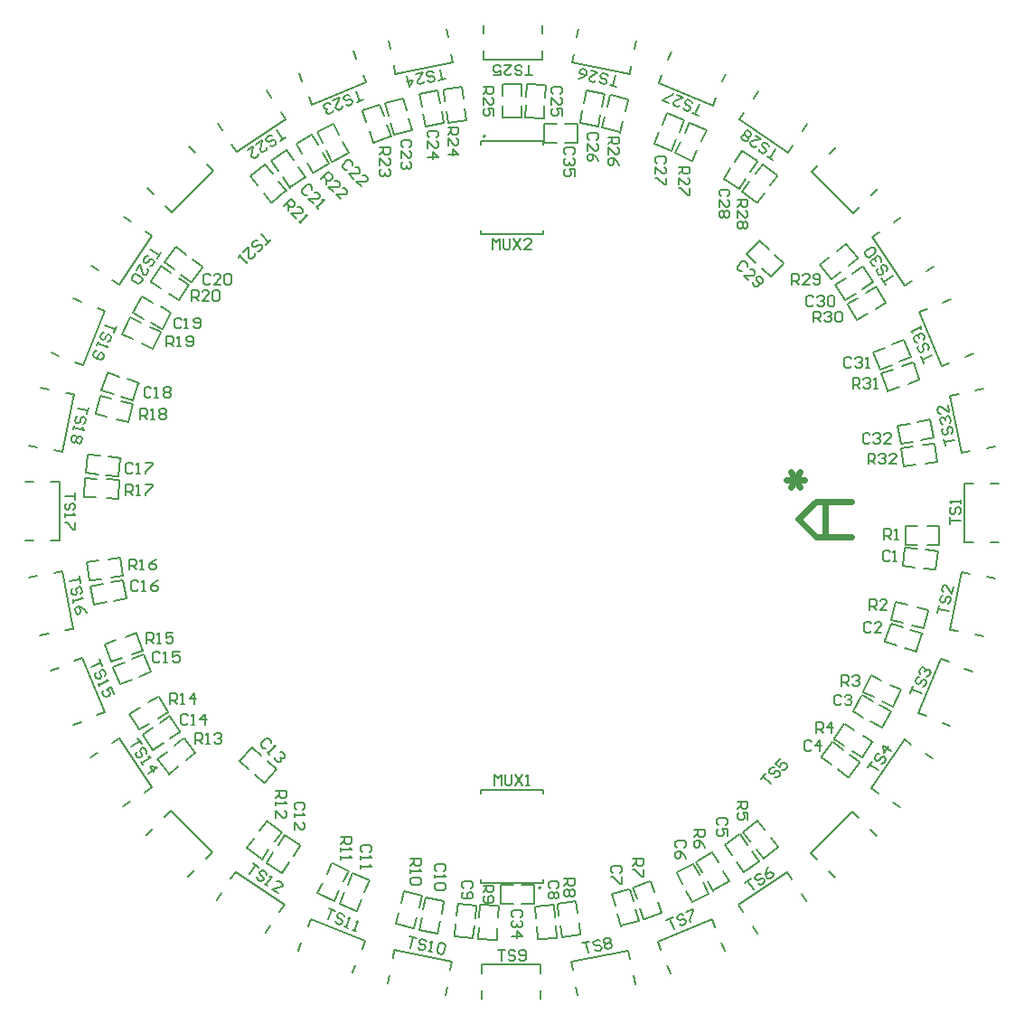
<source format=gbr>
%TF.GenerationSoftware,Altium Limited,Altium Designer,21.8.1 (53)*%
G04 Layer_Color=65535*
%FSLAX42Y42*%
%MOMM*%
%TF.SameCoordinates,15406810-5A1E-4B15-B108-3B776D23A55A*%
%TF.FilePolarity,Positive*%
%TF.FileFunction,Legend,Top*%
%TF.Part,Single*%
G01*
G75*
%TA.AperFunction,NonConductor*%
%ADD60C,0.20*%
%ADD61C,0.15*%
%ADD71C,0.60*%
D60*
X20270Y16480D02*
G03*
X20270Y16480I-10J0D01*
G01*
X19750Y23520D02*
G03*
X19750Y23520I-10J0D01*
G01*
X24057Y20620D02*
X24044Y20686D01*
X24050Y20653D01*
X24148Y20673D01*
X24041Y20787D02*
X24027Y20768D01*
X24034Y20735D01*
X24054Y20722D01*
X24070Y20725D01*
X24083Y20745D01*
X24076Y20777D01*
X24090Y20797D01*
X24106Y20800D01*
X24126Y20787D01*
X24132Y20754D01*
X24119Y20735D01*
X24034Y20820D02*
X24014Y20833D01*
X24008Y20866D01*
X24021Y20885D01*
X24037Y20888D01*
X24057Y20875D01*
X24060Y20859D01*
X24057Y20875D01*
X24070Y20895D01*
X24086Y20898D01*
X24106Y20885D01*
X24113Y20852D01*
X24099Y20833D01*
X24083Y21000D02*
X24096Y20934D01*
X24018Y20987D01*
X24002Y20983D01*
X23988Y20964D01*
X23995Y20931D01*
X24015Y20918D01*
X23858Y21397D02*
X23832Y21459D01*
X23845Y21428D01*
X23937Y21466D01*
X23809Y21557D02*
X23800Y21535D01*
X23813Y21505D01*
X23835Y21496D01*
X23850Y21502D01*
X23859Y21524D01*
X23846Y21555D01*
X23855Y21576D01*
X23871Y21583D01*
X23893Y21574D01*
X23905Y21543D01*
X23896Y21521D01*
X23796Y21588D02*
X23775Y21597D01*
X23762Y21628D01*
X23771Y21650D01*
X23786Y21656D01*
X23808Y21647D01*
X23814Y21632D01*
X23808Y21647D01*
X23817Y21669D01*
X23833Y21675D01*
X23854Y21666D01*
X23867Y21635D01*
X23858Y21614D01*
X23835Y21712D02*
X23822Y21743D01*
X23829Y21728D01*
X23736Y21689D01*
X23758Y21680D01*
X23500Y22130D02*
X23463Y22185D01*
X23482Y22158D01*
X23565Y22213D01*
X23422Y22278D02*
X23417Y22255D01*
X23435Y22227D01*
X23459Y22222D01*
X23472Y22231D01*
X23477Y22255D01*
X23459Y22282D01*
X23463Y22305D01*
X23477Y22315D01*
X23500Y22310D01*
X23519Y22282D01*
X23514Y22259D01*
X23403Y22305D02*
X23380Y22310D01*
X23361Y22338D01*
X23366Y22361D01*
X23380Y22370D01*
X23403Y22365D01*
X23412Y22352D01*
X23403Y22365D01*
X23408Y22389D01*
X23421Y22398D01*
X23445Y22393D01*
X23463Y22365D01*
X23458Y22342D01*
X23347Y22388D02*
X23324Y22393D01*
X23306Y22421D01*
X23310Y22444D01*
X23366Y22481D01*
X23389Y22476D01*
X23408Y22449D01*
X23403Y22425D01*
X23347Y22388D01*
X22445Y23297D02*
X22389Y23334D01*
X22417Y23315D01*
X22472Y23398D01*
X22315Y23403D02*
X22320Y23380D01*
X22348Y23361D01*
X22371Y23366D01*
X22380Y23380D01*
X22375Y23403D01*
X22348Y23421D01*
X22343Y23445D01*
X22352Y23458D01*
X22375Y23463D01*
X22403Y23445D01*
X22408Y23421D01*
X22279Y23528D02*
X22334Y23491D01*
X22241Y23472D01*
X22232Y23459D01*
X22237Y23435D01*
X22265Y23417D01*
X22288Y23422D01*
X22205Y23477D02*
X22181Y23472D01*
X22154Y23491D01*
X22149Y23514D01*
X22158Y23528D01*
X22181Y23533D01*
X22177Y23556D01*
X22186Y23570D01*
X22209Y23574D01*
X22237Y23556D01*
X22242Y23533D01*
X22232Y23519D01*
X22209Y23514D01*
X22214Y23491D01*
X22205Y23477D01*
X22209Y23514D02*
X22181Y23533D01*
X21750Y23714D02*
X21689Y23739D01*
X21719Y23726D01*
X21758Y23819D01*
X21603Y23793D02*
X21612Y23771D01*
X21642Y23758D01*
X21664Y23767D01*
X21671Y23783D01*
X21662Y23804D01*
X21631Y23817D01*
X21622Y23839D01*
X21628Y23854D01*
X21650Y23863D01*
X21681Y23851D01*
X21690Y23829D01*
X21542Y23908D02*
X21604Y23883D01*
X21517Y23846D01*
X21510Y23831D01*
X21519Y23809D01*
X21550Y23797D01*
X21572Y23806D01*
X21473Y23828D02*
X21412Y23854D01*
X21418Y23869D01*
X21505Y23905D01*
X21511Y23921D01*
X20980Y23985D02*
X20915Y23998D01*
X20947Y23992D01*
X20967Y24090D01*
X20820Y24034D02*
X20833Y24014D01*
X20866Y24008D01*
X20885Y24021D01*
X20888Y24037D01*
X20875Y24057D01*
X20843Y24063D01*
X20830Y24083D01*
X20833Y24099D01*
X20852Y24113D01*
X20885Y24106D01*
X20898Y24086D01*
X20738Y24135D02*
X20803Y24122D01*
X20725Y24070D01*
X20722Y24054D01*
X20735Y24034D01*
X20768Y24027D01*
X20787Y24041D01*
X20620Y24057D02*
X20656Y24067D01*
X20696Y24093D01*
X20702Y24125D01*
X20689Y24145D01*
X20656Y24152D01*
X20637Y24138D01*
X20633Y24122D01*
X20647Y24103D01*
X20696Y24093D01*
X20193Y24090D02*
X20127D01*
X20160D01*
Y24190D01*
X20027Y24107D02*
X20043Y24090D01*
X20077D01*
X20093Y24107D01*
Y24123D01*
X20077Y24140D01*
X20043D01*
X20027Y24157D01*
Y24173D01*
X20043Y24190D01*
X20077D01*
X20093Y24173D01*
X19927Y24190D02*
X19993D01*
X19927Y24123D01*
Y24107D01*
X19943Y24090D01*
X19977D01*
X19993Y24107D01*
X19827Y24090D02*
X19893D01*
Y24140D01*
X19860Y24123D01*
X19843D01*
X19827Y24140D01*
Y24173D01*
X19843Y24190D01*
X19877D01*
X19893Y24173D01*
X19380Y24057D02*
X19314Y24044D01*
X19347Y24050D01*
X19327Y24148D01*
X19213Y24041D02*
X19232Y24027D01*
X19265Y24034D01*
X19278Y24054D01*
X19275Y24070D01*
X19255Y24083D01*
X19223Y24076D01*
X19203Y24090D01*
X19200Y24106D01*
X19213Y24126D01*
X19246Y24132D01*
X19265Y24119D01*
X19099Y24103D02*
X19164Y24116D01*
X19112Y24037D01*
X19115Y24021D01*
X19134Y24008D01*
X19167Y24014D01*
X19180Y24034D01*
X19017Y24087D02*
X19036Y23988D01*
X19076Y24047D01*
X19010Y24034D01*
X18608Y23864D02*
X18547Y23838D01*
X18578Y23851D01*
X18539Y23944D01*
X18448Y23816D02*
X18470Y23807D01*
X18501Y23819D01*
X18510Y23841D01*
X18503Y23856D01*
X18482Y23866D01*
X18451Y23853D01*
X18429Y23862D01*
X18423Y23877D01*
X18432Y23899D01*
X18462Y23912D01*
X18484Y23903D01*
X18324Y23854D02*
X18385Y23880D01*
X18349Y23793D01*
X18356Y23777D01*
X18378Y23768D01*
X18408Y23781D01*
X18417Y23803D01*
X18325Y23765D02*
X18316Y23743D01*
X18285Y23730D01*
X18263Y23739D01*
X18257Y23754D01*
X18266Y23776D01*
X18281Y23783D01*
X18266Y23776D01*
X18244Y23785D01*
X18238Y23801D01*
X18247Y23822D01*
X18278Y23835D01*
X18299Y23826D01*
X17880Y23510D02*
X17825Y23473D01*
X17852Y23492D01*
X17797Y23575D01*
X17732Y23432D02*
X17755Y23427D01*
X17783Y23445D01*
X17788Y23469D01*
X17779Y23482D01*
X17755Y23487D01*
X17728Y23469D01*
X17705Y23473D01*
X17695Y23487D01*
X17700Y23510D01*
X17728Y23529D01*
X17751Y23524D01*
X17603Y23445D02*
X17658Y23482D01*
X17640Y23390D01*
X17649Y23376D01*
X17672Y23371D01*
X17700Y23390D01*
X17705Y23413D01*
X17520Y23390D02*
X17575Y23427D01*
X17557Y23334D01*
X17566Y23320D01*
X17589Y23316D01*
X17617Y23334D01*
X17622Y23357D01*
X17743Y22552D02*
X17696Y22505D01*
X17720Y22529D01*
X17649Y22600D01*
X17614Y22446D02*
X17637Y22446D01*
X17661Y22470D01*
Y22494D01*
X17649Y22505D01*
X17625Y22505D01*
X17602Y22482D01*
X17578Y22482D01*
X17566Y22494D01*
Y22517D01*
X17590Y22541D01*
X17614D01*
X17484Y22435D02*
X17531Y22482D01*
Y22388D01*
X17543Y22376D01*
X17566Y22376D01*
X17590Y22399D01*
Y22423D01*
X17460Y22411D02*
X17437Y22388D01*
X17449Y22399D01*
X17519Y22329D01*
Y22352D01*
X16713Y22435D02*
X16676Y22379D01*
X16695Y22407D01*
X16612Y22462D01*
X16607Y22305D02*
X16630Y22310D01*
X16649Y22338D01*
X16644Y22361D01*
X16630Y22370D01*
X16607Y22365D01*
X16589Y22338D01*
X16565Y22333D01*
X16552Y22342D01*
X16547Y22365D01*
X16565Y22393D01*
X16589Y22398D01*
X16482Y22269D02*
X16519Y22324D01*
X16538Y22231D01*
X16551Y22222D01*
X16575Y22227D01*
X16593Y22255D01*
X16588Y22278D01*
X16533Y22195D02*
X16538Y22171D01*
X16519Y22144D01*
X16496Y22139D01*
X16440Y22176D01*
X16436Y22199D01*
X16454Y22227D01*
X16477Y22232D01*
X16533Y22195D01*
X16293Y21742D02*
X16268Y21681D01*
X16280Y21712D01*
X16188Y21750D01*
X16214Y21595D02*
X16236Y21604D01*
X16248Y21635D01*
X16239Y21657D01*
X16224Y21663D01*
X16202Y21654D01*
X16190Y21623D01*
X16168Y21614D01*
X16152Y21620D01*
X16143Y21642D01*
X16156Y21673D01*
X16178Y21682D01*
X16124Y21596D02*
X16112Y21565D01*
X16118Y21581D01*
X16210Y21542D01*
X16201Y21564D01*
X16108Y21513D02*
X16086Y21504D01*
X16073Y21473D01*
X16082Y21451D01*
X16144Y21426D01*
X16166Y21435D01*
X16178Y21465D01*
X16169Y21487D01*
X16154Y21494D01*
X16132Y21485D01*
X16113Y21438D01*
X16033Y20982D02*
X16020Y20916D01*
X16027Y20949D01*
X15929Y20969D01*
X15984Y20822D02*
X16004Y20835D01*
X16010Y20867D01*
X15997Y20887D01*
X15981Y20890D01*
X15961Y20877D01*
X15955Y20845D01*
X15935Y20831D01*
X15919Y20835D01*
X15906Y20854D01*
X15912Y20887D01*
X15932Y20900D01*
X15896Y20805D02*
X15890Y20773D01*
X15893Y20789D01*
X15991Y20769D01*
X15978Y20789D01*
X15962Y20707D02*
X15975Y20688D01*
X15968Y20655D01*
X15949Y20642D01*
X15932Y20645D01*
X15919Y20665D01*
X15900Y20652D01*
X15883Y20655D01*
X15870Y20675D01*
X15877Y20707D01*
X15896Y20720D01*
X15913Y20717D01*
X15926Y20697D01*
X15945Y20711D01*
X15962Y20707D01*
X15926Y20697D02*
X15919Y20665D01*
X15910Y20185D02*
Y20118D01*
Y20152D01*
X15810D01*
X15893Y20018D02*
X15910Y20035D01*
Y20068D01*
X15893Y20085D01*
X15877D01*
X15860Y20068D01*
Y20035D01*
X15843Y20018D01*
X15827D01*
X15810Y20035D01*
Y20068D01*
X15827Y20085D01*
X15810Y19985D02*
Y19952D01*
Y19968D01*
X15910D01*
X15893Y19985D01*
X15910Y19902D02*
Y19835D01*
X15893D01*
X15827Y19902D01*
X15810D01*
X15945Y19401D02*
X15958Y19336D01*
X15951Y19369D01*
X15853Y19349D01*
X15961Y19235D02*
X15974Y19254D01*
X15968Y19287D01*
X15948Y19300D01*
X15932Y19297D01*
X15919Y19277D01*
X15925Y19245D01*
X15912Y19225D01*
X15896Y19222D01*
X15876Y19235D01*
X15870Y19267D01*
X15883Y19287D01*
X15886Y19186D02*
X15892Y19153D01*
X15889Y19169D01*
X15987Y19189D01*
X15968Y19202D01*
X16013Y19058D02*
X15990Y19088D01*
X15951Y19114D01*
X15918Y19107D01*
X15905Y19088D01*
X15912Y19055D01*
X15931Y19042D01*
X15948Y19045D01*
X15961Y19065D01*
X15951Y19114D01*
X16139Y18621D02*
X16165Y18559D01*
X16152Y18590D01*
X16060Y18552D01*
X16188Y18460D02*
X16197Y18482D01*
X16184Y18513D01*
X16162Y18522D01*
X16147Y18516D01*
X16138Y18494D01*
X16150Y18463D01*
X16141Y18441D01*
X16126Y18435D01*
X16104Y18444D01*
X16092Y18475D01*
X16101Y18497D01*
X16123Y18398D02*
X16136Y18367D01*
X16130Y18382D01*
X16222Y18421D01*
X16200Y18430D01*
X16273Y18298D02*
X16248Y18359D01*
X16201Y18340D01*
X16230Y18316D01*
X16236Y18300D01*
X16227Y18278D01*
X16196Y18266D01*
X16174Y18275D01*
X16162Y18305D01*
X16171Y18327D01*
X16494Y17883D02*
X16531Y17828D01*
X16513Y17856D01*
X16430Y17800D01*
X16573Y17735D02*
X16578Y17759D01*
X16559Y17786D01*
X16536Y17791D01*
X16522Y17782D01*
X16518Y17758D01*
X16536Y17731D01*
X16532Y17708D01*
X16518Y17698D01*
X16495Y17703D01*
X16476Y17731D01*
X16481Y17754D01*
X16522Y17661D02*
X16541Y17634D01*
X16532Y17648D01*
X16615Y17703D01*
X16592Y17708D01*
X16596Y17551D02*
X16679Y17606D01*
X16610Y17620D01*
X16647Y17565D01*
X17572Y16709D02*
X17628Y16672D01*
X17600Y16690D01*
X17544Y16607D01*
X17702Y16602D02*
X17697Y16625D01*
X17669Y16644D01*
X17646Y16639D01*
X17637Y16626D01*
X17642Y16602D01*
X17669Y16584D01*
X17674Y16561D01*
X17665Y16547D01*
X17641Y16542D01*
X17614Y16561D01*
X17609Y16584D01*
X17683Y16515D02*
X17711Y16496D01*
X17697Y16505D01*
X17752Y16588D01*
X17729Y16584D01*
X17808Y16431D02*
X17752Y16468D01*
X17845Y16487D01*
X17854Y16501D01*
X17849Y16524D01*
X17822Y16542D01*
X17799Y16538D01*
X18283Y16287D02*
X18344Y16261D01*
X18314Y16274D01*
X18275Y16182D01*
X18430Y16208D02*
X18421Y16229D01*
X18391Y16242D01*
X18369Y16233D01*
X18362Y16218D01*
X18372Y16196D01*
X18402Y16183D01*
X18411Y16161D01*
X18405Y16146D01*
X18383Y16137D01*
X18352Y16150D01*
X18343Y16172D01*
X18429Y16118D02*
X18460Y16105D01*
X18445Y16112D01*
X18483Y16204D01*
X18461Y16195D01*
X18506Y16086D02*
X18537Y16073D01*
X18522Y16080D01*
X18560Y16172D01*
X18538Y16163D01*
X19038Y16023D02*
X19104Y16010D01*
X19071Y16017D01*
X19051Y15919D01*
X19198Y15974D02*
X19185Y15994D01*
X19153Y16000D01*
X19133Y15987D01*
X19130Y15971D01*
X19143Y15951D01*
X19175Y15945D01*
X19189Y15925D01*
X19185Y15909D01*
X19166Y15896D01*
X19133Y15902D01*
X19120Y15922D01*
X19215Y15886D02*
X19247Y15880D01*
X19231Y15883D01*
X19251Y15981D01*
X19231Y15968D01*
X19313Y15952D02*
X19332Y15965D01*
X19365Y15958D01*
X19378Y15939D01*
X19365Y15873D01*
X19345Y15860D01*
X19313Y15867D01*
X19300Y15886D01*
X19313Y15952D01*
X19867Y15900D02*
X19933D01*
X19900D01*
Y15800D01*
X20033Y15883D02*
X20017Y15900D01*
X19983D01*
X19967Y15883D01*
Y15867D01*
X19983Y15850D01*
X20017D01*
X20033Y15833D01*
Y15817D01*
X20017Y15800D01*
X19983D01*
X19967Y15817D01*
X20067D02*
X20083Y15800D01*
X20117D01*
X20133Y15817D01*
Y15883D01*
X20117Y15900D01*
X20083D01*
X20067Y15883D01*
Y15867D01*
X20083Y15850D01*
X20133D01*
X20660Y15963D02*
X20725Y15976D01*
X20692Y15970D01*
X20712Y15871D01*
X20826Y15979D02*
X20807Y15992D01*
X20774Y15986D01*
X20761Y15966D01*
X20764Y15950D01*
X20784Y15937D01*
X20816Y15943D01*
X20836Y15930D01*
X20839Y15914D01*
X20826Y15894D01*
X20793Y15888D01*
X20774Y15901D01*
X20859Y15986D02*
X20872Y16005D01*
X20905Y16012D01*
X20924Y15999D01*
X20927Y15982D01*
X20914Y15963D01*
X20934Y15950D01*
X20937Y15933D01*
X20924Y15914D01*
X20891Y15907D01*
X20872Y15920D01*
X20869Y15937D01*
X20882Y15956D01*
X20862Y15969D01*
X20859Y15986D01*
X20882Y15956D02*
X20914Y15963D01*
X21448Y16175D02*
X21509Y16201D01*
X21479Y16188D01*
X21517Y16096D01*
X21608Y16224D02*
X21586Y16233D01*
X21555Y16220D01*
X21546Y16198D01*
X21553Y16183D01*
X21575Y16174D01*
X21605Y16186D01*
X21627Y16177D01*
X21634Y16162D01*
X21625Y16140D01*
X21594Y16127D01*
X21572Y16136D01*
X21632Y16252D02*
X21694Y16277D01*
X21700Y16262D01*
X21664Y16175D01*
X21671Y16159D01*
X22181Y16528D02*
X22237Y16565D01*
X22209Y16546D01*
X22265Y16463D01*
X22329Y16606D02*
X22306Y16611D01*
X22278Y16592D01*
X22274Y16569D01*
X22283Y16555D01*
X22306Y16551D01*
X22334Y16569D01*
X22357Y16565D01*
X22366Y16551D01*
X22362Y16528D01*
X22334Y16509D01*
X22311Y16514D01*
X22403Y16676D02*
X22385Y16643D01*
X22375Y16597D01*
X22394Y16569D01*
X22417Y16565D01*
X22445Y16583D01*
X22449Y16606D01*
X22440Y16620D01*
X22417Y16625D01*
X22375Y16597D01*
X22330Y17501D02*
X22378Y17548D01*
X22354Y17525D01*
X22425Y17454D01*
X22460Y17607D02*
X22436Y17607D01*
X22413Y17584D01*
Y17560D01*
X22425Y17548D01*
X22448Y17548D01*
X22472Y17572D01*
X22495Y17572D01*
X22507Y17560D01*
Y17536D01*
X22484Y17513D01*
X22460D01*
X22519Y17690D02*
X22472Y17642D01*
X22507Y17607D01*
X22519Y17642D01*
X22531Y17654D01*
X22554D01*
X22578Y17631D01*
X22578Y17607D01*
X22554Y17584D01*
X22531D01*
X23334Y17607D02*
X23371Y17662D01*
X23353Y17635D01*
X23436Y17579D01*
X23441Y17736D02*
X23418Y17732D01*
X23399Y17704D01*
X23404Y17681D01*
X23418Y17672D01*
X23441Y17676D01*
X23459Y17704D01*
X23482Y17708D01*
X23496Y17699D01*
X23501Y17676D01*
X23482Y17648D01*
X23459Y17644D01*
X23556Y17759D02*
X23473Y17815D01*
X23487Y17745D01*
X23524Y17801D01*
X23733Y18306D02*
X23758Y18368D01*
X23746Y18337D01*
X23838Y18299D01*
X23812Y18454D02*
X23790Y18445D01*
X23777Y18414D01*
X23786Y18392D01*
X23802Y18386D01*
X23824Y18395D01*
X23836Y18425D01*
X23858Y18434D01*
X23874Y18428D01*
X23883Y18406D01*
X23870Y18375D01*
X23848Y18366D01*
X23825Y18484D02*
X23816Y18506D01*
X23828Y18537D01*
X23850Y18546D01*
X23866Y18540D01*
X23875Y18518D01*
X23868Y18502D01*
X23875Y18518D01*
X23896Y18527D01*
X23912Y18520D01*
X23921Y18499D01*
X23908Y18468D01*
X23886Y18459D01*
X23985Y19059D02*
X23998Y19124D01*
X23991Y19092D01*
X24090Y19072D01*
X24034Y19219D02*
X24014Y19206D01*
X24008Y19173D01*
X24021Y19154D01*
X24037Y19151D01*
X24057Y19164D01*
X24063Y19196D01*
X24083Y19209D01*
X24099Y19206D01*
X24112Y19187D01*
X24106Y19154D01*
X24086Y19141D01*
X24135Y19301D02*
X24122Y19236D01*
X24070Y19314D01*
X24053Y19317D01*
X24034Y19304D01*
X24027Y19271D01*
X24040Y19252D01*
X24100Y19883D02*
Y19950D01*
Y19917D01*
X24200D01*
X24117Y20050D02*
X24100Y20033D01*
Y20000D01*
X24117Y19983D01*
X24133D01*
X24150Y20000D01*
Y20033D01*
X24167Y20050D01*
X24183D01*
X24200Y20033D01*
Y20000D01*
X24183Y19983D01*
X24200Y20083D02*
Y20117D01*
Y20100D01*
X24100D01*
X24117Y20083D01*
X23337Y20450D02*
Y20550D01*
X23387D01*
X23403Y20533D01*
Y20500D01*
X23387Y20483D01*
X23337D01*
X23370D02*
X23403Y20450D01*
X23437Y20533D02*
X23453Y20550D01*
X23487D01*
X23503Y20533D01*
Y20517D01*
X23487Y20500D01*
X23470D01*
X23487D01*
X23503Y20483D01*
Y20467D01*
X23487Y20450D01*
X23453D01*
X23437Y20467D01*
X23603Y20450D02*
X23537D01*
X23603Y20517D01*
Y20533D01*
X23587Y20550D01*
X23553D01*
X23537Y20533D01*
X23193Y21160D02*
Y21260D01*
X23243D01*
X23260Y21243D01*
Y21210D01*
X23243Y21193D01*
X23193D01*
X23227D02*
X23260Y21160D01*
X23293Y21243D02*
X23310Y21260D01*
X23343D01*
X23360Y21243D01*
Y21227D01*
X23343Y21210D01*
X23327D01*
X23343D01*
X23360Y21193D01*
Y21177D01*
X23343Y21160D01*
X23310D01*
X23293Y21177D01*
X23393Y21160D02*
X23427D01*
X23410D01*
Y21260D01*
X23393Y21243D01*
X22827Y21780D02*
Y21880D01*
X22877D01*
X22893Y21863D01*
Y21830D01*
X22877Y21813D01*
X22827D01*
X22860D02*
X22893Y21780D01*
X22927Y21863D02*
X22943Y21880D01*
X22977D01*
X22993Y21863D01*
Y21847D01*
X22977Y21830D01*
X22960D01*
X22977D01*
X22993Y21813D01*
Y21797D01*
X22977Y21780D01*
X22943D01*
X22927Y21797D01*
X23027Y21863D02*
X23043Y21880D01*
X23077D01*
X23093Y21863D01*
Y21797D01*
X23077Y21780D01*
X23043D01*
X23027Y21797D01*
Y21863D01*
X22621Y22131D02*
Y22231D01*
X22671D01*
X22687Y22214D01*
Y22181D01*
X22671Y22164D01*
X22621D01*
X22654D02*
X22687Y22131D01*
X22787D02*
X22721D01*
X22787Y22197D01*
Y22214D01*
X22770Y22231D01*
X22737D01*
X22721Y22214D01*
X22820Y22148D02*
X22837Y22131D01*
X22870D01*
X22887Y22148D01*
Y22214D01*
X22870Y22231D01*
X22837D01*
X22820Y22214D01*
Y22197D01*
X22837Y22181D01*
X22887D01*
X22110Y22923D02*
X22210D01*
Y22873D01*
X22193Y22857D01*
X22160D01*
X22143Y22873D01*
Y22923D01*
Y22890D02*
X22110Y22857D01*
Y22757D02*
Y22823D01*
X22177Y22757D01*
X22193D01*
X22210Y22773D01*
Y22807D01*
X22193Y22823D01*
Y22723D02*
X22210Y22707D01*
Y22673D01*
X22193Y22657D01*
X22177D01*
X22160Y22673D01*
X22143Y22657D01*
X22127D01*
X22110Y22673D01*
Y22707D01*
X22127Y22723D01*
X22143D01*
X22160Y22707D01*
X22177Y22723D01*
X22193D01*
X22160Y22707D02*
Y22673D01*
X21560Y23233D02*
X21660D01*
Y23183D01*
X21643Y23167D01*
X21610D01*
X21593Y23183D01*
Y23233D01*
Y23200D02*
X21560Y23167D01*
Y23067D02*
Y23133D01*
X21627Y23067D01*
X21643D01*
X21660Y23083D01*
Y23117D01*
X21643Y23133D01*
X21660Y23033D02*
Y22967D01*
X21643D01*
X21577Y23033D01*
X21560D01*
X20900Y23513D02*
X21000D01*
Y23463D01*
X20983Y23447D01*
X20950D01*
X20933Y23463D01*
Y23513D01*
Y23480D02*
X20900Y23447D01*
Y23347D02*
Y23413D01*
X20967Y23347D01*
X20983D01*
X21000Y23363D01*
Y23397D01*
X20983Y23413D01*
X21000Y23247D02*
X20983Y23280D01*
X20950Y23313D01*
X20917D01*
X20900Y23297D01*
Y23263D01*
X20917Y23247D01*
X20933D01*
X20950Y23263D01*
Y23313D01*
X19730Y23983D02*
X19830D01*
Y23933D01*
X19813Y23917D01*
X19780D01*
X19763Y23933D01*
Y23983D01*
Y23950D02*
X19730Y23917D01*
Y23817D02*
Y23883D01*
X19797Y23817D01*
X19813D01*
X19830Y23833D01*
Y23867D01*
X19813Y23883D01*
X19830Y23717D02*
Y23783D01*
X19780D01*
X19797Y23750D01*
Y23733D01*
X19780Y23717D01*
X19747D01*
X19730Y23733D01*
Y23767D01*
X19747Y23783D01*
X19400Y23603D02*
X19500D01*
Y23553D01*
X19483Y23537D01*
X19450D01*
X19433Y23553D01*
Y23603D01*
Y23570D02*
X19400Y23537D01*
Y23437D02*
Y23503D01*
X19467Y23437D01*
X19483D01*
X19500Y23453D01*
Y23487D01*
X19483Y23503D01*
X19400Y23353D02*
X19500D01*
X19450Y23403D01*
Y23337D01*
X18760Y23413D02*
X18860D01*
Y23363D01*
X18843Y23347D01*
X18810D01*
X18793Y23363D01*
Y23413D01*
Y23380D02*
X18760Y23347D01*
Y23247D02*
Y23313D01*
X18827Y23247D01*
X18843D01*
X18860Y23263D01*
Y23297D01*
X18843Y23313D01*
Y23213D02*
X18860Y23197D01*
Y23163D01*
X18843Y23147D01*
X18827D01*
X18810Y23163D01*
Y23180D01*
Y23163D01*
X18793Y23147D01*
X18777D01*
X18760Y23163D01*
Y23197D01*
X18777Y23213D01*
X18210Y23119D02*
X18281Y23190D01*
X18316Y23154D01*
Y23131D01*
X18293Y23107D01*
X18269D01*
X18234Y23142D01*
X18258Y23119D02*
Y23072D01*
X18328Y23001D02*
X18281Y23048D01*
X18375D01*
X18387Y23060D01*
X18387Y23084D01*
X18364Y23107D01*
X18340D01*
X18399Y22930D02*
X18352Y22978D01*
X18446D01*
X18458Y22989D01*
X18458Y23013D01*
X18434Y23036D01*
X18411D01*
X17862Y22867D02*
X17933Y22938D01*
X17968Y22902D01*
Y22879D01*
X17945Y22855D01*
X17921D01*
X17886Y22891D01*
X17909Y22867D02*
Y22820D01*
X17980Y22749D02*
X17933Y22796D01*
X18027D01*
X18039Y22808D01*
X18039Y22832D01*
X18015Y22855D01*
X17992D01*
X18004Y22726D02*
X18027Y22702D01*
X18015Y22714D01*
X18086Y22785D01*
X18062D01*
X16997Y21980D02*
Y22080D01*
X17047D01*
X17063Y22063D01*
Y22030D01*
X17047Y22013D01*
X16997D01*
X17030D02*
X17063Y21980D01*
X17163D02*
X17097D01*
X17163Y22047D01*
Y22063D01*
X17147Y22080D01*
X17113D01*
X17097Y22063D01*
X17197D02*
X17213Y22080D01*
X17247D01*
X17263Y22063D01*
Y21997D01*
X17247Y21980D01*
X17213D01*
X17197Y21997D01*
Y22063D01*
X16765Y21550D02*
Y21650D01*
X16815D01*
X16832Y21633D01*
Y21600D01*
X16815Y21583D01*
X16765D01*
X16798D02*
X16832Y21550D01*
X16865D02*
X16898D01*
X16882D01*
Y21650D01*
X16865Y21633D01*
X16948Y21567D02*
X16965Y21550D01*
X16998D01*
X17015Y21567D01*
Y21633D01*
X16998Y21650D01*
X16965D01*
X16948Y21633D01*
Y21617D01*
X16965Y21600D01*
X17015D01*
X16515Y20870D02*
Y20970D01*
X16565D01*
X16582Y20953D01*
Y20920D01*
X16565Y20903D01*
X16515D01*
X16548D02*
X16582Y20870D01*
X16615D02*
X16648D01*
X16632D01*
Y20970D01*
X16615Y20953D01*
X16698D02*
X16715Y20970D01*
X16748D01*
X16765Y20953D01*
Y20937D01*
X16748Y20920D01*
X16765Y20903D01*
Y20887D01*
X16748Y20870D01*
X16715D01*
X16698Y20887D01*
Y20903D01*
X16715Y20920D01*
X16698Y20937D01*
Y20953D01*
X16715Y20920D02*
X16748D01*
X16385Y20160D02*
Y20260D01*
X16435D01*
X16452Y20243D01*
Y20210D01*
X16435Y20193D01*
X16385D01*
X16418D02*
X16452Y20160D01*
X16485D02*
X16518D01*
X16502D01*
Y20260D01*
X16485Y20243D01*
X16568Y20260D02*
X16635D01*
Y20243D01*
X16568Y20177D01*
Y20160D01*
X16415Y19460D02*
Y19560D01*
X16465D01*
X16482Y19543D01*
Y19510D01*
X16465Y19493D01*
X16415D01*
X16448D02*
X16482Y19460D01*
X16515D02*
X16548D01*
X16532D01*
Y19560D01*
X16515Y19543D01*
X16665Y19560D02*
X16632Y19543D01*
X16598Y19510D01*
Y19477D01*
X16615Y19460D01*
X16648D01*
X16665Y19477D01*
Y19493D01*
X16648Y19510D01*
X16598D01*
X16575Y18770D02*
Y18870D01*
X16625D01*
X16642Y18853D01*
Y18820D01*
X16625Y18803D01*
X16575D01*
X16608D02*
X16642Y18770D01*
X16675D02*
X16708D01*
X16692D01*
Y18870D01*
X16675Y18853D01*
X16825Y18870D02*
X16758D01*
Y18820D01*
X16792Y18837D01*
X16808D01*
X16825Y18820D01*
Y18787D01*
X16808Y18770D01*
X16775D01*
X16758Y18787D01*
X16795Y18200D02*
Y18300D01*
X16845D01*
X16862Y18283D01*
Y18250D01*
X16845Y18233D01*
X16795D01*
X16828D02*
X16862Y18200D01*
X16895D02*
X16928D01*
X16912D01*
Y18300D01*
X16895Y18283D01*
X17028Y18200D02*
Y18300D01*
X16978Y18250D01*
X17045D01*
X17031Y17829D02*
Y17929D01*
X17081D01*
X17098Y17912D01*
Y17879D01*
X17081Y17863D01*
X17031D01*
X17065D02*
X17098Y17829D01*
X17131D02*
X17165D01*
X17148D01*
Y17929D01*
X17131Y17912D01*
X17214D02*
X17231Y17929D01*
X17264D01*
X17281Y17912D01*
Y17896D01*
X17264Y17879D01*
X17248D01*
X17264D01*
X17281Y17863D01*
Y17846D01*
X17264Y17829D01*
X17231D01*
X17214Y17846D01*
X17790Y17385D02*
X17890D01*
Y17335D01*
X17873Y17318D01*
X17840D01*
X17823Y17335D01*
Y17385D01*
Y17352D02*
X17790Y17318D01*
Y17285D02*
Y17252D01*
Y17268D01*
X17890D01*
X17873Y17285D01*
X17790Y17135D02*
Y17202D01*
X17857Y17135D01*
X17873D01*
X17890Y17152D01*
Y17185D01*
X17873Y17202D01*
X18400Y16958D02*
X18500D01*
Y16908D01*
X18483Y16892D01*
X18450D01*
X18433Y16908D01*
Y16958D01*
Y16925D02*
X18400Y16892D01*
Y16858D02*
Y16825D01*
Y16842D01*
X18500D01*
X18483Y16858D01*
X18400Y16775D02*
Y16742D01*
Y16758D01*
X18500D01*
X18483Y16775D01*
X19050Y16755D02*
X19150D01*
Y16705D01*
X19133Y16688D01*
X19100D01*
X19083Y16705D01*
Y16755D01*
Y16722D02*
X19050Y16688D01*
Y16655D02*
Y16622D01*
Y16638D01*
X19150D01*
X19133Y16655D01*
Y16572D02*
X19150Y16555D01*
Y16522D01*
X19133Y16505D01*
X19067D01*
X19050Y16522D01*
Y16555D01*
X19067Y16572D01*
X19133D01*
X19730Y16503D02*
X19830D01*
Y16453D01*
X19813Y16437D01*
X19780D01*
X19763Y16453D01*
Y16503D01*
Y16470D02*
X19730Y16437D01*
X19747Y16403D02*
X19730Y16387D01*
Y16353D01*
X19747Y16337D01*
X19813D01*
X19830Y16353D01*
Y16387D01*
X19813Y16403D01*
X19797D01*
X19780Y16387D01*
Y16337D01*
X20490Y16563D02*
X20590D01*
Y16513D01*
X20573Y16497D01*
X20540D01*
X20523Y16513D01*
Y16563D01*
Y16530D02*
X20490Y16497D01*
X20573Y16463D02*
X20590Y16447D01*
Y16413D01*
X20573Y16397D01*
X20557D01*
X20540Y16413D01*
X20523Y16397D01*
X20507D01*
X20490Y16413D01*
Y16447D01*
X20507Y16463D01*
X20523D01*
X20540Y16447D01*
X20557Y16463D01*
X20573D01*
X20540Y16447D02*
Y16413D01*
X21130Y16753D02*
X21230D01*
Y16703D01*
X21213Y16687D01*
X21180D01*
X21163Y16703D01*
Y16753D01*
Y16720D02*
X21130Y16687D01*
X21230Y16653D02*
Y16587D01*
X21213D01*
X21147Y16653D01*
X21130D01*
X21710Y17023D02*
X21810D01*
Y16973D01*
X21793Y16957D01*
X21760D01*
X21743Y16973D01*
Y17023D01*
Y16990D02*
X21710Y16957D01*
X21810Y16857D02*
X21793Y16890D01*
X21760Y16923D01*
X21727D01*
X21710Y16907D01*
Y16873D01*
X21727Y16857D01*
X21743D01*
X21760Y16873D01*
Y16923D01*
X22110Y17283D02*
X22210D01*
Y17233D01*
X22193Y17217D01*
X22160D01*
X22143Y17233D01*
Y17283D01*
Y17250D02*
X22110Y17217D01*
X22210Y17117D02*
Y17183D01*
X22160D01*
X22177Y17150D01*
Y17133D01*
X22160Y17117D01*
X22127D01*
X22110Y17133D01*
Y17167D01*
X22127Y17183D01*
X22847Y17930D02*
Y18030D01*
X22897D01*
X22913Y18013D01*
Y17980D01*
X22897Y17963D01*
X22847D01*
X22880D02*
X22913Y17930D01*
X22997D02*
Y18030D01*
X22947Y17980D01*
X23013D01*
X23087Y18370D02*
Y18470D01*
X23137D01*
X23153Y18453D01*
Y18420D01*
X23137Y18403D01*
X23087D01*
X23120D02*
X23153Y18370D01*
X23187Y18453D02*
X23203Y18470D01*
X23237D01*
X23253Y18453D01*
Y18437D01*
X23237Y18420D01*
X23220D01*
X23237D01*
X23253Y18403D01*
Y18387D01*
X23237Y18370D01*
X23203D01*
X23187Y18387D01*
X23347Y19080D02*
Y19180D01*
X23397D01*
X23413Y19163D01*
Y19130D01*
X23397Y19113D01*
X23347D01*
X23380D02*
X23413Y19080D01*
X23513D02*
X23447D01*
X23513Y19147D01*
Y19163D01*
X23497Y19180D01*
X23463D01*
X23447Y19163D01*
X23483Y19740D02*
Y19840D01*
X23533D01*
X23550Y19823D01*
Y19790D01*
X23533Y19773D01*
X23483D01*
X23517D02*
X23550Y19740D01*
X23583D02*
X23617D01*
X23600D01*
Y19840D01*
X23583Y19823D01*
X19817Y22460D02*
Y22560D01*
X19850Y22527D01*
X19883Y22560D01*
Y22460D01*
X19917Y22560D02*
Y22477D01*
X19933Y22460D01*
X19967D01*
X19983Y22477D01*
Y22560D01*
X20017D02*
X20083Y22460D01*
Y22560D02*
X20017Y22460D01*
X20183D02*
X20117D01*
X20183Y22527D01*
Y22543D01*
X20167Y22560D01*
X20133D01*
X20117Y22543D01*
X19833Y17440D02*
Y17540D01*
X19867Y17507D01*
X19900Y17540D01*
Y17440D01*
X19933Y17540D02*
Y17457D01*
X19950Y17440D01*
X19983D01*
X20000Y17457D01*
Y17540D01*
X20033D02*
X20100Y17440D01*
Y17540D02*
X20033Y17440D01*
X20133D02*
X20167D01*
X20150D01*
Y17540D01*
X20133Y17523D01*
X20573Y23347D02*
X20590Y23363D01*
Y23397D01*
X20573Y23413D01*
X20507D01*
X20490Y23397D01*
Y23363D01*
X20507Y23347D01*
X20573Y23313D02*
X20590Y23297D01*
Y23263D01*
X20573Y23247D01*
X20557D01*
X20540Y23263D01*
Y23280D01*
Y23263D01*
X20523Y23247D01*
X20507D01*
X20490Y23263D01*
Y23297D01*
X20507Y23313D01*
X20590Y23147D02*
Y23213D01*
X20540D01*
X20557Y23180D01*
Y23163D01*
X20540Y23147D01*
X20507D01*
X20490Y23163D01*
Y23197D01*
X20507Y23213D01*
X20083Y16207D02*
X20100Y16223D01*
Y16257D01*
X20083Y16273D01*
X20017D01*
X20000Y16257D01*
Y16223D01*
X20017Y16207D01*
X20083Y16173D02*
X20100Y16157D01*
Y16123D01*
X20083Y16107D01*
X20067D01*
X20050Y16123D01*
Y16140D01*
Y16123D01*
X20033Y16107D01*
X20017D01*
X20000Y16123D01*
Y16157D01*
X20017Y16173D01*
X20000Y16023D02*
X20100D01*
X20050Y16073D01*
Y16007D01*
X23353Y20723D02*
X23337Y20740D01*
X23303D01*
X23287Y20723D01*
Y20657D01*
X23303Y20640D01*
X23337D01*
X23353Y20657D01*
X23387Y20723D02*
X23403Y20740D01*
X23437D01*
X23453Y20723D01*
Y20707D01*
X23437Y20690D01*
X23420D01*
X23437D01*
X23453Y20673D01*
Y20657D01*
X23437Y20640D01*
X23403D01*
X23387Y20657D01*
X23553Y20640D02*
X23487D01*
X23553Y20707D01*
Y20723D01*
X23537Y20740D01*
X23503D01*
X23487Y20723D01*
X23180Y21433D02*
X23163Y21450D01*
X23130D01*
X23113Y21433D01*
Y21367D01*
X23130Y21350D01*
X23163D01*
X23180Y21367D01*
X23213Y21433D02*
X23230Y21450D01*
X23263D01*
X23280Y21433D01*
Y21417D01*
X23263Y21400D01*
X23247D01*
X23263D01*
X23280Y21383D01*
Y21367D01*
X23263Y21350D01*
X23230D01*
X23213Y21367D01*
X23313Y21350D02*
X23347D01*
X23330D01*
Y21450D01*
X23313Y21433D01*
X22823Y22013D02*
X22807Y22030D01*
X22773D01*
X22757Y22013D01*
Y21947D01*
X22773Y21930D01*
X22807D01*
X22823Y21947D01*
X22857Y22013D02*
X22873Y22030D01*
X22907D01*
X22923Y22013D01*
Y21997D01*
X22907Y21980D01*
X22890D01*
X22907D01*
X22923Y21963D01*
Y21947D01*
X22907Y21930D01*
X22873D01*
X22857Y21947D01*
X22957Y22013D02*
X22973Y22030D01*
X23007D01*
X23023Y22013D01*
Y21947D01*
X23007Y21930D01*
X22973D01*
X22957Y21947D01*
Y22013D01*
X22206Y22301D02*
Y22324D01*
X22183Y22348D01*
X22159D01*
X22112Y22301D01*
Y22277D01*
X22136Y22254D01*
X22159D01*
X22218Y22171D02*
X22171Y22218D01*
X22265D01*
X22277Y22230D01*
X22277Y22254D01*
X22254Y22277D01*
X22230D01*
X22254Y22159D02*
Y22136D01*
X22277Y22112D01*
X22301Y22112D01*
X22348Y22159D01*
X22348Y22183D01*
X22324Y22206D01*
X22301D01*
X22289Y22195D01*
Y22171D01*
X22324Y22136D01*
X22023Y22957D02*
X22040Y22973D01*
Y23007D01*
X22023Y23023D01*
X21957D01*
X21940Y23007D01*
Y22973D01*
X21957Y22957D01*
X21940Y22857D02*
Y22923D01*
X22007Y22857D01*
X22023D01*
X22040Y22873D01*
Y22907D01*
X22023Y22923D01*
Y22823D02*
X22040Y22807D01*
Y22773D01*
X22023Y22757D01*
X22007D01*
X21990Y22773D01*
X21973Y22757D01*
X21957D01*
X21940Y22773D01*
Y22807D01*
X21957Y22823D01*
X21973D01*
X21990Y22807D01*
X22007Y22823D01*
X22023D01*
X21990Y22807D02*
Y22773D01*
X21423Y23267D02*
X21440Y23283D01*
Y23317D01*
X21423Y23333D01*
X21357D01*
X21340Y23317D01*
Y23283D01*
X21357Y23267D01*
X21340Y23167D02*
Y23233D01*
X21407Y23167D01*
X21423D01*
X21440Y23183D01*
Y23217D01*
X21423Y23233D01*
X21440Y23133D02*
Y23067D01*
X21423D01*
X21357Y23133D01*
X21340D01*
X20793Y23487D02*
X20810Y23503D01*
Y23537D01*
X20793Y23553D01*
X20727D01*
X20710Y23537D01*
Y23503D01*
X20727Y23487D01*
X20710Y23387D02*
Y23453D01*
X20777Y23387D01*
X20793D01*
X20810Y23403D01*
Y23437D01*
X20793Y23453D01*
X20810Y23287D02*
X20793Y23320D01*
X20760Y23353D01*
X20727D01*
X20710Y23337D01*
Y23303D01*
X20727Y23287D01*
X20743D01*
X20760Y23303D01*
Y23353D01*
X20453Y23917D02*
X20470Y23933D01*
Y23967D01*
X20453Y23983D01*
X20387D01*
X20370Y23967D01*
Y23933D01*
X20387Y23917D01*
X20370Y23817D02*
Y23883D01*
X20437Y23817D01*
X20453D01*
X20470Y23833D01*
Y23867D01*
X20453Y23883D01*
X20470Y23717D02*
Y23783D01*
X20420D01*
X20437Y23750D01*
Y23733D01*
X20420Y23717D01*
X20387D01*
X20370Y23733D01*
Y23767D01*
X20387Y23783D01*
X19293Y23507D02*
X19310Y23523D01*
Y23557D01*
X19293Y23573D01*
X19227D01*
X19210Y23557D01*
Y23523D01*
X19227Y23507D01*
X19210Y23407D02*
Y23473D01*
X19277Y23407D01*
X19293D01*
X19310Y23423D01*
Y23457D01*
X19293Y23473D01*
X19210Y23323D02*
X19310D01*
X19260Y23373D01*
Y23307D01*
X19043Y23417D02*
X19060Y23433D01*
Y23467D01*
X19043Y23483D01*
X18977D01*
X18960Y23467D01*
Y23433D01*
X18977Y23417D01*
X18960Y23317D02*
Y23383D01*
X19027Y23317D01*
X19043D01*
X19060Y23333D01*
Y23367D01*
X19043Y23383D01*
Y23283D02*
X19060Y23267D01*
Y23233D01*
X19043Y23217D01*
X19027D01*
X19010Y23233D01*
Y23250D01*
Y23233D01*
X18993Y23217D01*
X18977D01*
X18960Y23233D01*
Y23267D01*
X18977Y23283D01*
X18506Y23251D02*
Y23274D01*
X18483Y23298D01*
X18459D01*
X18412Y23251D01*
Y23227D01*
X18436Y23204D01*
X18459D01*
X18518Y23121D02*
X18471Y23168D01*
X18565D01*
X18577Y23180D01*
X18577Y23204D01*
X18554Y23227D01*
X18530D01*
X18589Y23050D02*
X18542Y23098D01*
X18636D01*
X18648Y23109D01*
X18648Y23133D01*
X18624Y23156D01*
X18601D01*
X18128Y23019D02*
Y23042D01*
X18105Y23066D01*
X18081D01*
X18034Y23019D01*
Y22995D01*
X18058Y22972D01*
X18081D01*
X18140Y22889D02*
X18093Y22936D01*
X18187D01*
X18199Y22948D01*
X18199Y22972D01*
X18175Y22995D01*
X18152D01*
X18164Y22866D02*
X18187Y22842D01*
X18175Y22854D01*
X18246Y22925D01*
X18222D01*
X17173Y22213D02*
X17157Y22230D01*
X17123D01*
X17107Y22213D01*
Y22147D01*
X17123Y22130D01*
X17157D01*
X17173Y22147D01*
X17273Y22130D02*
X17207D01*
X17273Y22197D01*
Y22213D01*
X17257Y22230D01*
X17223D01*
X17207Y22213D01*
X17307D02*
X17323Y22230D01*
X17357D01*
X17373Y22213D01*
Y22147D01*
X17357Y22130D01*
X17323D01*
X17307Y22147D01*
Y22213D01*
X16902Y21803D02*
X16885Y21820D01*
X16852D01*
X16835Y21803D01*
Y21737D01*
X16852Y21720D01*
X16885D01*
X16902Y21737D01*
X16935Y21720D02*
X16968D01*
X16952D01*
Y21820D01*
X16935Y21803D01*
X17018Y21737D02*
X17035Y21720D01*
X17068D01*
X17085Y21737D01*
Y21803D01*
X17068Y21820D01*
X17035D01*
X17018Y21803D01*
Y21787D01*
X17035Y21770D01*
X17085D01*
X16622Y21153D02*
X16605Y21170D01*
X16572D01*
X16555Y21153D01*
Y21087D01*
X16572Y21070D01*
X16605D01*
X16622Y21087D01*
X16655Y21070D02*
X16688D01*
X16672D01*
Y21170D01*
X16655Y21153D01*
X16738D02*
X16755Y21170D01*
X16788D01*
X16805Y21153D01*
Y21137D01*
X16788Y21120D01*
X16805Y21103D01*
Y21087D01*
X16788Y21070D01*
X16755D01*
X16738Y21087D01*
Y21103D01*
X16755Y21120D01*
X16738Y21137D01*
Y21153D01*
X16755Y21120D02*
X16788D01*
X16452Y20443D02*
X16435Y20460D01*
X16402D01*
X16385Y20443D01*
Y20377D01*
X16402Y20360D01*
X16435D01*
X16452Y20377D01*
X16485Y20360D02*
X16518D01*
X16502D01*
Y20460D01*
X16485Y20443D01*
X16568Y20460D02*
X16635D01*
Y20443D01*
X16568Y20377D01*
Y20360D01*
X16502Y19343D02*
X16485Y19360D01*
X16452D01*
X16435Y19343D01*
Y19277D01*
X16452Y19260D01*
X16485D01*
X16502Y19277D01*
X16535Y19260D02*
X16568D01*
X16552D01*
Y19360D01*
X16535Y19343D01*
X16685Y19360D02*
X16652Y19343D01*
X16618Y19310D01*
Y19277D01*
X16635Y19260D01*
X16668D01*
X16685Y19277D01*
Y19293D01*
X16668Y19310D01*
X16618D01*
X16702Y18673D02*
X16685Y18690D01*
X16652D01*
X16635Y18673D01*
Y18607D01*
X16652Y18590D01*
X16685D01*
X16702Y18607D01*
X16735Y18590D02*
X16768D01*
X16752D01*
Y18690D01*
X16735Y18673D01*
X16885Y18690D02*
X16818D01*
Y18640D01*
X16852Y18657D01*
X16868D01*
X16885Y18640D01*
Y18607D01*
X16868Y18590D01*
X16835D01*
X16818Y18607D01*
X16962Y18093D02*
X16945Y18110D01*
X16912D01*
X16895Y18093D01*
Y18027D01*
X16912Y18010D01*
X16945D01*
X16962Y18027D01*
X16995Y18010D02*
X17028D01*
X17012D01*
Y18110D01*
X16995Y18093D01*
X17128Y18010D02*
Y18110D01*
X17078Y18060D01*
X17145D01*
X17742Y17835D02*
Y17858D01*
X17719Y17882D01*
X17695D01*
X17648Y17835D01*
Y17811D01*
X17672Y17788D01*
X17695D01*
X17707Y17752D02*
X17731Y17729D01*
X17719Y17741D01*
X17789Y17811D01*
X17766D01*
X17825Y17752D02*
X17848D01*
X17872Y17729D01*
X17872Y17705D01*
X17860Y17693D01*
X17837D01*
X17825Y17705D01*
X17837Y17693D01*
X17837Y17670D01*
X17825Y17658D01*
X17801Y17658D01*
X17778Y17682D01*
Y17705D01*
X18043Y17208D02*
X18060Y17225D01*
Y17258D01*
X18043Y17275D01*
X17977D01*
X17960Y17258D01*
Y17225D01*
X17977Y17208D01*
X17960Y17175D02*
Y17142D01*
Y17158D01*
X18060D01*
X18043Y17175D01*
X17960Y17025D02*
Y17092D01*
X18027Y17025D01*
X18043D01*
X18060Y17042D01*
Y17075D01*
X18043Y17092D01*
X18663Y16812D02*
X18680Y16828D01*
Y16862D01*
X18663Y16878D01*
X18597D01*
X18580Y16862D01*
Y16828D01*
X18597Y16812D01*
X18580Y16778D02*
Y16745D01*
Y16762D01*
X18680D01*
X18663Y16778D01*
X18580Y16695D02*
Y16662D01*
Y16678D01*
X18680D01*
X18663Y16695D01*
X19363Y16638D02*
X19380Y16655D01*
Y16688D01*
X19363Y16705D01*
X19297D01*
X19280Y16688D01*
Y16655D01*
X19297Y16638D01*
X19280Y16605D02*
Y16572D01*
Y16588D01*
X19380D01*
X19363Y16605D01*
Y16522D02*
X19380Y16505D01*
Y16472D01*
X19363Y16455D01*
X19297D01*
X19280Y16472D01*
Y16505D01*
X19297Y16522D01*
X19363D01*
X19613Y16477D02*
X19630Y16493D01*
Y16527D01*
X19613Y16543D01*
X19547D01*
X19530Y16527D01*
Y16493D01*
X19547Y16477D01*
Y16443D02*
X19530Y16427D01*
Y16393D01*
X19547Y16377D01*
X19613D01*
X19630Y16393D01*
Y16427D01*
X19613Y16443D01*
X19597D01*
X19580Y16427D01*
Y16377D01*
X20423Y16477D02*
X20440Y16493D01*
Y16527D01*
X20423Y16543D01*
X20357D01*
X20340Y16527D01*
Y16493D01*
X20357Y16477D01*
X20423Y16443D02*
X20440Y16427D01*
Y16393D01*
X20423Y16377D01*
X20407D01*
X20390Y16393D01*
X20373Y16377D01*
X20357D01*
X20340Y16393D01*
Y16427D01*
X20357Y16443D01*
X20373D01*
X20390Y16427D01*
X20407Y16443D01*
X20423D01*
X20390Y16427D02*
Y16393D01*
X21013Y16617D02*
X21030Y16633D01*
Y16667D01*
X21013Y16683D01*
X20947D01*
X20930Y16667D01*
Y16633D01*
X20947Y16617D01*
X21030Y16583D02*
Y16517D01*
X21013D01*
X20947Y16583D01*
X20930D01*
X21613Y16857D02*
X21630Y16873D01*
Y16907D01*
X21613Y16923D01*
X21547D01*
X21530Y16907D01*
Y16873D01*
X21547Y16857D01*
X21630Y16757D02*
X21613Y16790D01*
X21580Y16823D01*
X21547D01*
X21530Y16807D01*
Y16773D01*
X21547Y16757D01*
X21563D01*
X21580Y16773D01*
Y16823D01*
X22003Y17067D02*
X22020Y17083D01*
Y17117D01*
X22003Y17133D01*
X21937D01*
X21920Y17117D01*
Y17083D01*
X21937Y17067D01*
X22020Y16967D02*
Y17033D01*
X21970D01*
X21987Y17000D01*
Y16983D01*
X21970Y16967D01*
X21937D01*
X21920Y16983D01*
Y17017D01*
X21937Y17033D01*
X22803Y17843D02*
X22787Y17860D01*
X22753D01*
X22737Y17843D01*
Y17777D01*
X22753Y17760D01*
X22787D01*
X22803Y17777D01*
X22887Y17760D02*
Y17860D01*
X22837Y17810D01*
X22903D01*
X23083Y18273D02*
X23067Y18290D01*
X23033D01*
X23017Y18273D01*
Y18207D01*
X23033Y18190D01*
X23067D01*
X23083Y18207D01*
X23117Y18273D02*
X23133Y18290D01*
X23167D01*
X23183Y18273D01*
Y18257D01*
X23167Y18240D01*
X23150D01*
X23167D01*
X23183Y18223D01*
Y18207D01*
X23167Y18190D01*
X23133D01*
X23117Y18207D01*
X23363Y18953D02*
X23347Y18970D01*
X23313D01*
X23297Y18953D01*
Y18887D01*
X23313Y18870D01*
X23347D01*
X23363Y18887D01*
X23463Y18870D02*
X23397D01*
X23463Y18937D01*
Y18953D01*
X23447Y18970D01*
X23413D01*
X23397Y18953D01*
X23540Y19623D02*
X23523Y19640D01*
X23490D01*
X23473Y19623D01*
Y19557D01*
X23490Y19540D01*
X23523D01*
X23540Y19557D01*
X23573Y19540D02*
X23607D01*
X23590D01*
Y19640D01*
X23573Y19623D01*
D61*
X22713Y16425D02*
X22758Y16359D01*
X22256Y16119D02*
X22301Y16053D01*
X22580Y16625D02*
X22625Y16558D01*
X22123Y16319D02*
X22580Y16625D01*
X22123Y16319D02*
X22167Y16252D01*
X21964Y15964D02*
X21994Y15890D01*
X21456Y15754D02*
X21486Y15680D01*
X21872Y16186D02*
X21903Y16112D01*
X21364Y15976D02*
X21872Y16186D01*
X21364Y15976D02*
X21395Y15902D01*
X22339Y22282D02*
X22424Y22202D01*
X22199Y22415D02*
X22284Y22334D01*
X22201Y22416D02*
X22317Y22540D01*
X22319Y22542D02*
X22405Y22461D01*
X22461Y22408D02*
X22544Y22329D01*
X22426Y22203D02*
X22543Y22327D01*
X24341Y21139D02*
X24420Y21154D01*
X24449Y20599D02*
X24527Y20615D01*
X24106Y21092D02*
X24184Y21108D01*
X24106Y21092D02*
X24213Y20553D01*
X24292Y20568D01*
X24036Y21964D02*
X24110Y21994D01*
X24246Y21456D02*
X24320Y21486D01*
X23814Y21872D02*
X23888Y21903D01*
X23814Y21872D02*
X24024Y21364D01*
X24098Y21395D01*
X23575Y22713D02*
X23641Y22758D01*
X23881Y22256D02*
X23947Y22301D01*
X23375Y22580D02*
X23442Y22625D01*
X23375Y22580D02*
X23681Y22123D01*
X23748Y22167D01*
X22977Y23359D02*
X23033Y23415D01*
X23366Y22970D02*
X23422Y23026D01*
X22807Y23189D02*
X22864Y23246D01*
X22807Y23189D02*
X23196Y22800D01*
X23253Y22857D01*
X22264Y23875D02*
X22309Y23942D01*
X22722Y23569D02*
X22766Y23636D01*
X22131Y23675D02*
X22176Y23742D01*
X22131Y23675D02*
X22588Y23370D01*
X22633Y23436D01*
X21465Y24242D02*
X21496Y24316D01*
X21973Y24032D02*
X22004Y24106D01*
X21373Y24021D02*
X21404Y24094D01*
X21373Y24021D02*
X21881Y23810D01*
X21912Y23884D01*
X20609Y24447D02*
X20625Y24525D01*
X21149Y24339D02*
X21164Y24418D01*
X20562Y24211D02*
X20578Y24290D01*
X20562Y24211D02*
X21102Y24104D01*
X21117Y24182D01*
X19730Y24480D02*
Y24560D01*
X20280Y24480D02*
Y24560D01*
X19730Y24240D02*
Y24320D01*
Y24240D02*
X20280D01*
Y24320D01*
X18846Y24420D02*
X18861Y24341D01*
X19385Y24527D02*
X19401Y24449D01*
X18892Y24184D02*
X18908Y24106D01*
X19447Y24213D01*
X19432Y24292D02*
X19447Y24213D01*
X18006Y24110D02*
X18036Y24036D01*
X18514Y24320D02*
X18544Y24246D01*
X18097Y23888D02*
X18128Y23814D01*
X18636Y24024D01*
X18605Y24098D02*
X18636Y24024D01*
X17242Y23641D02*
X17287Y23575D01*
X17699Y23947D02*
X17744Y23881D01*
X17375Y23442D02*
X17420Y23375D01*
X17877Y23681D01*
X17833Y23748D02*
X17877Y23681D01*
X16585Y23033D02*
X16641Y22977D01*
X16974Y23422D02*
X17030Y23366D01*
X16754Y22864D02*
X16811Y22807D01*
X17200Y23196D01*
X17143Y23253D02*
X17200Y23196D01*
X16058Y22309D02*
X16125Y22264D01*
X16364Y22766D02*
X16431Y22722D01*
X16258Y22176D02*
X16325Y22131D01*
X16630Y22588D01*
X16564Y22633D02*
X16630Y22588D01*
X15684Y21496D02*
X15758Y21465D01*
X15894Y22004D02*
X15968Y21973D01*
X15906Y21404D02*
X15979Y21373D01*
X16190Y21881D01*
X16116Y21912D02*
X16190Y21881D01*
X15475Y20625D02*
X15553Y20609D01*
X15582Y21164D02*
X15661Y21149D01*
X15710Y20578D02*
X15789Y20562D01*
X15896Y21102D01*
X15818Y21117D02*
X15896Y21102D01*
X15440Y19730D02*
X15520D01*
X15440Y20280D02*
X15520D01*
X15680Y19730D02*
X15760D01*
Y20280D01*
X15680D02*
X15760D01*
X15580Y18846D02*
X15659Y18861D01*
X15473Y19385D02*
X15551Y19401D01*
X15816Y18892D02*
X15894Y18908D01*
X15787Y19447D02*
X15894Y18908D01*
X15708Y19432D02*
X15787Y19447D01*
X15890Y18006D02*
X15964Y18036D01*
X15680Y18514D02*
X15754Y18544D01*
X16112Y18097D02*
X16186Y18128D01*
X15976Y18636D02*
X16186Y18128D01*
X15902Y18605D02*
X15976Y18636D01*
X16359Y17242D02*
X16425Y17287D01*
X16053Y17699D02*
X16119Y17744D01*
X16558Y17375D02*
X16625Y17420D01*
X16319Y17877D02*
X16625Y17420D01*
X16252Y17833D02*
X16319Y17877D01*
X16967Y16585D02*
X17023Y16641D01*
X16578Y16974D02*
X16634Y17030D01*
X17136Y16754D02*
X17193Y16811D01*
X16804Y17200D02*
X17193Y16811D01*
X16747Y17143D02*
X16804Y17200D01*
X17691Y16058D02*
X17736Y16125D01*
X17234Y16364D02*
X17278Y16431D01*
X17824Y16258D02*
X17869Y16325D01*
X17412Y16630D02*
X17869Y16325D01*
X17367Y16564D02*
X17412Y16630D01*
X18504Y15684D02*
X18535Y15758D01*
X17996Y15894D02*
X18027Y15968D01*
X18596Y15906D02*
X18627Y15979D01*
X18119Y16190D02*
X18627Y15979D01*
X18088Y16116D02*
X18119Y16190D01*
X19375Y15475D02*
X19391Y15553D01*
X18836Y15582D02*
X18851Y15661D01*
X19422Y15710D02*
X19438Y15789D01*
X18898Y15896D02*
X19438Y15789D01*
X18883Y15818D02*
X18898Y15896D01*
X20270Y15440D02*
Y15520D01*
X19720Y15440D02*
Y15520D01*
X20270Y15680D02*
Y15760D01*
X19720D02*
X20270D01*
X19720Y15680D02*
Y15760D01*
X21139Y15659D02*
X21154Y15580D01*
X20599Y15551D02*
X20615Y15473D01*
X21092Y15894D02*
X21108Y15816D01*
X20553Y15787D02*
X21092Y15894D01*
X20553Y15787D02*
X20568Y15708D01*
X23359Y17023D02*
X23415Y16967D01*
X22970Y16634D02*
X23026Y16578D01*
X23189Y17193D02*
X23246Y17136D01*
X22800Y16804D02*
X23189Y17193D01*
X22800Y16804D02*
X22857Y16747D01*
X23875Y17736D02*
X23942Y17691D01*
X23569Y17278D02*
X23636Y17234D01*
X23675Y17869D02*
X23742Y17824D01*
X23370Y17412D02*
X23675Y17869D01*
X23370Y17412D02*
X23436Y17367D01*
X24242Y18535D02*
X24316Y18504D01*
X24032Y18027D02*
X24106Y17996D01*
X24021Y18627D02*
X24094Y18596D01*
X23810Y18119D02*
X24021Y18627D01*
X23810Y18119D02*
X23884Y18088D01*
X24447Y19391D02*
X24525Y19375D01*
X24339Y18851D02*
X24418Y18836D01*
X24211Y19438D02*
X24290Y19422D01*
X24104Y18898D02*
X24211Y19438D01*
X24104Y18898D02*
X24182Y18883D01*
X24480Y20270D02*
X24560D01*
X24480Y19720D02*
X24560D01*
X24240Y20270D02*
X24320D01*
X24240Y19720D02*
Y20270D01*
Y19720D02*
X24320D01*
X21298Y16542D02*
X21334Y16438D01*
X21135Y16485D02*
X21295Y16541D01*
X21132Y16484D02*
X21170Y16378D01*
X21200Y16291D02*
X21236Y16187D01*
X21239Y16188D02*
X21399Y16244D01*
X21365Y16348D02*
X21401Y16245D01*
X21104Y16468D02*
X21136Y16355D01*
X21157Y16283D02*
X21189Y16170D01*
X21023Y16123D02*
X21187Y16170D01*
X20989Y16235D02*
X21021Y16122D01*
X20935Y16420D02*
X20967Y16310D01*
X20938Y16421D02*
X21101Y16468D01*
X20598Y16355D02*
X20613Y16246D01*
X20427Y16331D02*
X20596Y16355D01*
X20425Y16331D02*
X20440Y16220D01*
X20453Y16128D02*
X20469Y16019D01*
X20471Y16019D02*
X20639Y16043D01*
X20627Y16152D02*
X20642Y16043D01*
X20394Y16321D02*
X20403Y16204D01*
X20409Y16129D02*
X20419Y16012D01*
X20247Y15998D02*
X20417Y16012D01*
X20235Y16115D02*
X20245Y15998D01*
X20219Y16306D02*
X20229Y16192D01*
X20222Y16307D02*
X20391Y16321D01*
X21877Y16812D02*
X21933Y16717D01*
X21729Y16724D02*
X21875Y16810D01*
X21727Y16723D02*
X21784Y16626D01*
X21831Y16546D02*
X21886Y16451D01*
X21888Y16453D02*
X22035Y16539D01*
X21981Y16635D02*
X22037Y16540D01*
X22136Y16980D02*
X22204Y16884D01*
X22247Y16823D02*
X22315Y16727D01*
X22174Y16627D02*
X22313Y16725D01*
X22105Y16722D02*
X22172Y16626D01*
X21993Y16879D02*
X22060Y16785D01*
X21995Y16880D02*
X22134Y16978D01*
X22298Y17110D02*
X22366Y17024D01*
X22163Y17003D02*
X22296Y17108D01*
X22161Y17001D02*
X22231Y16913D01*
X22288Y16841D02*
X22357Y16755D01*
X22359Y16756D02*
X22492Y16862D01*
X22425Y16950D02*
X22494Y16863D01*
X21701Y16702D02*
X21755Y16597D01*
X21790Y16530D02*
X21843Y16426D01*
X21690Y16347D02*
X21841Y16425D01*
X21634Y16450D02*
X21688Y16346D01*
X21546Y16621D02*
X21599Y16519D01*
X21548Y16623D02*
X21699Y16700D01*
X23117Y18019D02*
X23209Y17958D01*
X23022Y17876D02*
X23116Y18017D01*
X23020Y17874D02*
X23114Y17811D01*
X23191Y17760D02*
X23282Y17699D01*
X23284Y17701D02*
X23378Y17842D01*
X23288Y17905D02*
X23379Y17844D01*
X23007Y17844D02*
X23101Y17773D01*
X23161Y17728D02*
X23254Y17657D01*
X23151Y17519D02*
X23253Y17655D01*
X23055Y17588D02*
X23149Y17517D01*
X22901Y17704D02*
X22993Y17635D01*
X22903Y17706D02*
X23005Y17842D01*
X23363Y18472D02*
X23462Y18425D01*
X23288Y18317D02*
X23362Y18470D01*
X23287Y18315D02*
X23388Y18266D01*
X23471Y18226D02*
X23570Y18178D01*
X23572Y18180D02*
X23645Y18333D01*
X23547Y18383D02*
X23646Y18336D01*
X23278Y18283D02*
X23380Y18226D01*
X23446Y18190D02*
X23549Y18133D01*
X23465Y17982D02*
X23548Y18131D01*
X23361Y18037D02*
X23464Y17980D01*
X23193Y18130D02*
X23293Y18074D01*
X23194Y18132D02*
X23276Y18281D01*
X23596Y19158D02*
X23703Y19130D01*
X23553Y18991D02*
X23596Y19155D01*
X23552Y18988D02*
X23661Y18960D01*
X23751Y18937D02*
X23857Y18909D01*
X23858Y18912D02*
X23901Y19076D01*
X23795Y19106D02*
X23901Y19079D01*
X23550Y18956D02*
X23661Y18920D01*
X23733Y18897D02*
X23845Y18861D01*
X23792Y18697D02*
X23844Y18859D01*
X23680Y18730D02*
X23791Y18694D01*
X23496Y18789D02*
X23606Y18754D01*
X23497Y18791D02*
X23549Y18953D01*
X19655Y16198D02*
X19668Y16315D01*
X19633Y16007D02*
X19646Y16124D01*
X19462Y16026D02*
X19631Y16007D01*
X19459Y16027D02*
X19473Y16143D01*
X19481Y16220D02*
X19494Y16335D01*
X19497Y16334D02*
X19666Y16315D01*
X19869Y16199D02*
X19876Y16309D01*
X19703Y16318D02*
X19873Y16309D01*
X19694Y16206D02*
X19701Y16319D01*
X19683Y16004D02*
X19689Y16114D01*
X19685Y16004D02*
X19855Y15994D01*
X19858Y15994D02*
X19864Y16104D01*
X19130Y16297D02*
X19158Y16404D01*
X18991Y16447D02*
X19155Y16404D01*
X18960Y16339D02*
X18988Y16448D01*
X18909Y16143D02*
X18937Y16249D01*
X18912Y16142D02*
X19076Y16099D01*
X19079Y16099D02*
X19106Y16205D01*
X19341Y16240D02*
X19364Y16355D01*
X19304Y16051D02*
X19327Y16166D01*
X19135Y16085D02*
X19301Y16051D01*
X19132Y16085D02*
X19155Y16200D01*
X19170Y16276D02*
X19193Y16389D01*
X19195Y16389D02*
X19362Y16355D01*
X18620Y16441D02*
X18665Y16549D01*
X18547Y16263D02*
X18592Y16371D01*
X18387Y16329D02*
X18544Y16264D01*
X18385Y16330D02*
X18430Y16438D01*
X18460Y16510D02*
X18504Y16616D01*
X18506Y16615D02*
X18663Y16550D01*
X18425Y16538D02*
X18472Y16637D01*
X18317Y16712D02*
X18470Y16638D01*
X18266Y16612D02*
X18315Y16713D01*
X18178Y16430D02*
X18226Y16529D01*
X18180Y16428D02*
X18333Y16355D01*
X18336Y16354D02*
X18383Y16453D01*
X17952Y16778D02*
X18018Y16876D01*
X17845Y16618D02*
X17911Y16716D01*
X17702Y16714D02*
X17843Y16619D01*
X17700Y16715D02*
X17765Y16813D01*
X17808Y16877D02*
X17872Y16973D01*
X17874Y16972D02*
X18016Y16877D01*
X17779Y16912D02*
X17846Y17000D01*
X17708Y17104D02*
X17844Y17001D01*
X17638Y17015D02*
X17706Y17105D01*
X17516Y16854D02*
X17583Y16941D01*
X17518Y16852D02*
X17654Y16750D01*
X17656Y16748D02*
X17722Y16836D01*
X23687Y19868D02*
X23797Y19867D01*
X23686Y19696D02*
X23687Y19865D01*
X23686Y19693D02*
X23798Y19692D01*
X23891Y19691D02*
X24001Y19690D01*
X24001Y19693D02*
X24002Y19863D01*
X23892Y19866D02*
X24002Y19865D01*
X23681Y19669D02*
X23798Y19655D01*
X23872Y19647D02*
X23989Y19634D01*
X23970Y19462D02*
X23989Y19631D01*
X23853Y19473D02*
X23969Y19460D01*
X23661Y19495D02*
X23776Y19482D01*
X23662Y19497D02*
X23681Y19666D01*
X23649Y20599D02*
X23758Y20614D01*
X23649Y20596D02*
X23673Y20428D01*
X23673Y20425D02*
X23784Y20441D01*
X23876Y20454D02*
X23985Y20469D01*
X23961Y20640D02*
X23985Y20472D01*
X23852Y20627D02*
X23961Y20642D01*
X23611Y20807D02*
X23726Y20830D01*
X23800Y20845D02*
X23915Y20868D01*
X23915Y20865D02*
X23949Y20699D01*
X23834Y20673D02*
X23949Y20696D01*
X23645Y20636D02*
X23758Y20658D01*
X23611Y20805D02*
X23645Y20638D01*
X23462Y21299D02*
X23566Y21335D01*
X23463Y21297D02*
X23519Y21136D01*
X23519Y21134D02*
X23626Y21171D01*
X23713Y21201D02*
X23817Y21237D01*
X23760Y21400D02*
X23816Y21240D01*
X23655Y21367D02*
X23759Y21403D01*
X23384Y21496D02*
X23493Y21541D01*
X23562Y21570D02*
X23670Y21615D01*
X23671Y21613D02*
X23736Y21456D01*
X23629Y21408D02*
X23737Y21453D01*
X23451Y21335D02*
X23557Y21379D01*
X23385Y21494D02*
X23450Y21337D01*
X23142Y21949D02*
X23237Y22005D01*
X23143Y21947D02*
X23229Y21801D01*
X23231Y21799D02*
X23328Y21856D01*
X23407Y21903D02*
X23502Y21958D01*
X23415Y22107D02*
X23501Y21961D01*
X23319Y22053D02*
X23413Y22109D01*
X23027Y22128D02*
X23125Y22193D01*
X23187Y22235D02*
X23285Y22300D01*
X23286Y22298D02*
X23381Y22157D01*
X23284Y22089D02*
X23382Y22155D01*
X23124Y21982D02*
X23220Y22046D01*
X23028Y22126D02*
X23123Y21984D01*
X22884Y22318D02*
X22970Y22387D01*
X22885Y22316D02*
X22991Y22183D01*
X22993Y22181D02*
X23081Y22252D01*
X23153Y22309D02*
X23239Y22378D01*
X23132Y22513D02*
X23238Y22380D01*
X23044Y22446D02*
X23130Y22515D01*
X21982Y23124D02*
X22048Y23222D01*
X22089Y23284D02*
X22155Y23382D01*
X22157Y23381D02*
X22298Y23286D01*
X22235Y23187D02*
X22300Y23285D01*
X22128Y23027D02*
X22192Y23123D01*
X21984Y23123D02*
X22126Y23028D01*
X22157Y23003D02*
X22223Y23091D01*
X22159Y23002D02*
X22294Y22899D01*
X22296Y22898D02*
X22364Y22988D01*
X22420Y23062D02*
X22486Y23150D01*
X22348Y23253D02*
X22484Y23151D01*
X22280Y23167D02*
X22346Y23255D01*
X21335Y23451D02*
X21380Y23559D01*
X21408Y23629D02*
X21453Y23737D01*
X21456Y23736D02*
X21613Y23671D01*
X21570Y23562D02*
X21615Y23670D01*
X21496Y23384D02*
X21540Y23490D01*
X21337Y23450D02*
X21494Y23385D01*
X21529Y23366D02*
X21577Y23465D01*
X21532Y23365D02*
X21685Y23291D01*
X21687Y23290D02*
X21736Y23392D01*
X21776Y23475D02*
X21824Y23574D01*
X21668Y23649D02*
X21822Y23575D01*
X21618Y23551D02*
X21666Y23650D01*
X20636Y23645D02*
X20659Y23760D01*
X20673Y23834D02*
X20696Y23949D01*
X20699Y23949D02*
X20865Y23915D01*
X20845Y23800D02*
X20868Y23915D01*
X20807Y23611D02*
X20830Y23724D01*
X20638Y23645D02*
X20805Y23611D01*
X20843Y23600D02*
X20871Y23707D01*
X20846Y23599D02*
X21010Y23557D01*
X21013Y23556D02*
X21041Y23665D01*
X21064Y23755D02*
X21092Y23861D01*
X20925Y23904D02*
X21089Y23862D01*
X20895Y23799D02*
X20922Y23905D01*
X20122Y23698D02*
X20129Y23815D01*
X20133Y23890D02*
X20140Y24008D01*
X20142Y24007D02*
X20312Y23998D01*
X20308Y23880D02*
X20315Y23998D01*
X20297Y23688D02*
X20304Y23803D01*
X20125Y23698D02*
X20295Y23688D01*
X20305Y23638D02*
X20423D01*
X20498Y23638D02*
X20615D01*
X20615Y23465D02*
Y23635D01*
X20498Y23462D02*
X20615D01*
X20305Y23462D02*
X20420D01*
X20305Y23465D02*
Y23635D01*
X19915Y23697D02*
X19915Y23807D01*
X19918Y23697D02*
X20088D01*
X20090Y23697D02*
Y23809D01*
Y23902D02*
X20090Y24012D01*
X19918Y24012D02*
X20088Y24012D01*
X19915Y23902D02*
X19915Y24012D01*
X19386Y23758D02*
X19401Y23649D01*
X19404Y23649D02*
X19572Y23673D01*
X19559Y23784D02*
X19575Y23673D01*
X19531Y23985D02*
X19546Y23876D01*
X19360Y23961D02*
X19528Y23985D01*
X19358Y23961D02*
X19373Y23852D01*
X19170Y23726D02*
X19193Y23611D01*
X19132Y23915D02*
X19155Y23800D01*
X19135Y23915D02*
X19301Y23949D01*
X19304Y23949D02*
X19327Y23834D01*
X19342Y23758D02*
X19364Y23645D01*
X19195Y23611D02*
X19362Y23645D01*
X18864Y23645D02*
X18896Y23532D01*
X18811Y23830D02*
X18843Y23717D01*
X18813Y23830D02*
X18977Y23877D01*
X18979Y23878D02*
X19011Y23765D01*
X19033Y23690D02*
X19065Y23580D01*
X18899Y23532D02*
X19062Y23579D01*
X18665Y23566D02*
X18701Y23462D01*
X18703Y23463D02*
X18864Y23519D01*
X18829Y23626D02*
X18866Y23519D01*
X18762Y23817D02*
X18799Y23713D01*
X18600Y23760D02*
X18760Y23816D01*
X18597Y23759D02*
X18633Y23655D01*
X17566Y17798D02*
X17653Y17720D01*
X17709Y17670D02*
X17796Y17591D01*
X17681Y17463D02*
X17795Y17589D01*
X17592Y17539D02*
X17679Y17461D01*
X17449Y17668D02*
X17534Y17591D01*
X17450Y17670D02*
X17564Y17796D01*
X16795Y17877D02*
X16893Y17942D01*
X16635Y17770D02*
X16733Y17835D01*
X16539Y17913D02*
X16634Y17772D01*
X16538Y17915D02*
X16636Y17981D01*
X16700Y18024D02*
X16796Y18088D01*
X16797Y18086D02*
X16892Y17944D01*
X16683Y18065D02*
X16778Y18121D01*
X16691Y18269D02*
X16777Y18123D01*
X16592Y18214D02*
X16689Y18271D01*
X16418Y18112D02*
X16513Y18167D01*
X16419Y18109D02*
X16505Y17963D01*
X16507Y17961D02*
X16601Y18017D01*
X16507Y18459D02*
X16616Y18504D01*
X16330Y18385D02*
X16438Y18430D01*
X16264Y18544D02*
X16329Y18387D01*
X16263Y18547D02*
X16371Y18592D01*
X16443Y18621D02*
X16549Y18665D01*
X16550Y18663D02*
X16615Y18506D01*
X16438Y18666D02*
X16542Y18702D01*
X16485Y18865D02*
X16541Y18705D01*
X16378Y18830D02*
X16484Y18868D01*
X16187Y18764D02*
X16291Y18800D01*
X16188Y18761D02*
X16244Y18601D01*
X16245Y18599D02*
X16348Y18635D01*
X16274Y19170D02*
X16389Y19193D01*
X16085Y19132D02*
X16200Y19155D01*
X16051Y19301D02*
X16085Y19135D01*
X16051Y19304D02*
X16166Y19327D01*
X16242Y19342D02*
X16355Y19364D01*
X16355Y19362D02*
X16389Y19195D01*
X16246Y19387D02*
X16355Y19402D01*
X16331Y19573D02*
X16355Y19404D01*
X16220Y19560D02*
X16331Y19575D01*
X16019Y19531D02*
X16128Y19547D01*
X16019Y19529D02*
X16043Y19361D01*
X16043Y19358D02*
X16152Y19373D01*
X16199Y20131D02*
X16309Y20124D01*
X16309Y20127D02*
X16318Y20297D01*
X16206Y20306D02*
X16319Y20299D01*
X16004Y20317D02*
X16114Y20311D01*
X15994Y20145D02*
X16004Y20315D01*
X15994Y20142D02*
X16104Y20136D01*
X16198Y20345D02*
X16315Y20332D01*
X16007Y20367D02*
X16124Y20354D01*
X16007Y20369D02*
X16026Y20538D01*
X16027Y20541D02*
X16143Y20527D01*
X16220Y20519D02*
X16335Y20506D01*
X16315Y20334D02*
X16334Y20503D01*
X16297Y20870D02*
X16404Y20842D01*
X16404Y20845D02*
X16447Y21009D01*
X16339Y21040D02*
X16448Y21012D01*
X16143Y21091D02*
X16249Y21063D01*
X16099Y20924D02*
X16142Y21088D01*
X16099Y20921D02*
X16205Y20894D01*
X16339Y21080D02*
X16450Y21044D01*
X16155Y21139D02*
X16267Y21103D01*
X16156Y21141D02*
X16208Y21303D01*
X16209Y21306D02*
X16320Y21270D01*
X16394Y21246D02*
X16504Y21211D01*
X16451Y21047D02*
X16503Y21209D01*
X16535Y21577D02*
X16634Y21529D01*
X16635Y21532D02*
X16709Y21685D01*
X16608Y21736D02*
X16710Y21687D01*
X16426Y21824D02*
X16525Y21776D01*
X16351Y21668D02*
X16425Y21822D01*
X16350Y21666D02*
X16449Y21618D01*
X16620Y21774D02*
X16722Y21717D01*
X16451Y21867D02*
X16554Y21810D01*
X16452Y21869D02*
X16535Y22018D01*
X16536Y22020D02*
X16639Y21963D01*
X16707Y21926D02*
X16807Y21870D01*
X16724Y21719D02*
X16806Y21868D01*
X16788Y22044D02*
X16879Y21983D01*
X16881Y21985D02*
X16975Y22126D01*
X16883Y22191D02*
X16976Y22128D01*
X16715Y22304D02*
X16806Y22242D01*
X16619Y22160D02*
X16713Y22301D01*
X16617Y22158D02*
X16709Y22097D01*
X16899Y22227D02*
X16993Y22156D01*
X16746Y22343D02*
X16839Y22272D01*
X16747Y22345D02*
X16849Y22481D01*
X16851Y22483D02*
X16945Y22412D01*
X17007Y22365D02*
X17099Y22296D01*
X16995Y22158D02*
X17097Y22294D01*
X17679Y22986D02*
X17748Y22900D01*
X17750Y22901D02*
X17882Y23007D01*
X17814Y23097D02*
X17884Y23009D01*
X17688Y23255D02*
X17757Y23169D01*
X17553Y23148D02*
X17686Y23253D01*
X17551Y23146D02*
X17620Y23060D01*
X17856Y23135D02*
X17924Y23039D01*
X17745Y23292D02*
X17813Y23196D01*
X17747Y23293D02*
X17886Y23391D01*
X17888Y23393D02*
X17956Y23297D01*
X18000Y23234D02*
X18067Y23140D01*
X17926Y23040D02*
X18065Y23138D01*
X18081Y23272D02*
X18137Y23178D01*
X18139Y23179D02*
X18285Y23265D01*
X18230Y23363D02*
X18287Y23266D01*
X18127Y23538D02*
X18183Y23443D01*
X17979Y23450D02*
X18125Y23537D01*
X17977Y23449D02*
X18033Y23354D01*
X18261Y23389D02*
X18314Y23284D01*
X18173Y23560D02*
X18226Y23455D01*
X18175Y23561D02*
X18326Y23639D01*
X18328Y23640D02*
X18382Y23535D01*
X18417Y23466D02*
X18470Y23364D01*
X18317Y23285D02*
X18468Y23363D01*
X19895Y16507D02*
X20012D01*
X20088D02*
X20205D01*
Y16335D02*
Y16505D01*
X20088Y16332D02*
X20205D01*
X19895D02*
X20010D01*
X19895Y16505D02*
X19895Y16335D01*
X19710Y17398D02*
X20290Y17398D01*
X19710Y17398D02*
X19710Y17365D01*
X20290Y17398D02*
X20290Y17365D01*
X20290Y16560D02*
X20290Y16528D01*
X19710Y16560D02*
X19710Y16528D01*
X20290Y16528D01*
X19710Y22602D02*
X20290D01*
Y22635D01*
X19710Y22635D02*
X19710Y22602D01*
X19710Y23440D02*
Y23472D01*
X20290Y23472D02*
X20290Y23440D01*
X19710Y23472D02*
X20290Y23472D01*
X16950Y17673D02*
X17036Y17742D01*
X16929Y17877D02*
X17035Y17743D01*
X16839Y17808D02*
X16927Y17878D01*
X16681Y17682D02*
X16767Y17751D01*
X16682Y17680D02*
X16788Y17547D01*
X16790Y17545D02*
X16876Y17614D01*
D71*
X23180Y19767D02*
X22847D01*
X22680Y19933D01*
X22847Y20100D01*
X23180D01*
X22930D01*
Y19767D01*
X22570Y20301D02*
X22741D01*
X22613Y20230D02*
X22699Y20373D01*
X22613D02*
X22699Y20230D01*
%TF.MD5,69c3fba34756040dcac9761695173340*%
M02*

</source>
